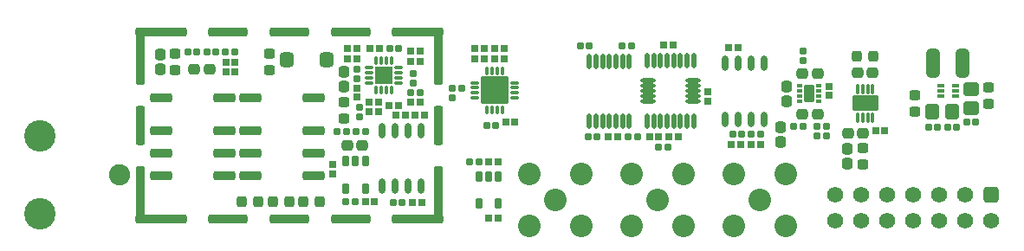
<source format=gts>
G04*
G04 #@! TF.GenerationSoftware,Altium Limited,Altium Designer,23.0.1 (38)*
G04*
G04 Layer_Color=8388736*
%FSAX25Y25*%
%MOIN*%
G70*
G04*
G04 #@! TF.SameCoordinates,B9DD0259-405E-4331-997F-192D94839516*
G04*
G04*
G04 #@! TF.FilePolarity,Negative*
G04*
G01*
G75*
G04:AMPARAMS|DCode=52|XSize=40.4mil|YSize=44.34mil|CornerRadius=10.85mil|HoleSize=0mil|Usage=FLASHONLY|Rotation=270.000|XOffset=0mil|YOffset=0mil|HoleType=Round|Shape=RoundedRectangle|*
%AMROUNDEDRECTD52*
21,1,0.04040,0.02264,0,0,270.0*
21,1,0.01870,0.04434,0,0,270.0*
1,1,0.02170,-0.01132,-0.00935*
1,1,0.02170,-0.01132,0.00935*
1,1,0.02170,0.01132,0.00935*
1,1,0.02170,0.01132,-0.00935*
%
%ADD52ROUNDEDRECTD52*%
G04:AMPARAMS|DCode=53|XSize=40.4mil|YSize=44.34mil|CornerRadius=10.85mil|HoleSize=0mil|Usage=FLASHONLY|Rotation=180.000|XOffset=0mil|YOffset=0mil|HoleType=Round|Shape=RoundedRectangle|*
%AMROUNDEDRECTD53*
21,1,0.04040,0.02264,0,0,180.0*
21,1,0.01870,0.04434,0,0,180.0*
1,1,0.02170,-0.00935,0.01132*
1,1,0.02170,0.00935,0.01132*
1,1,0.02170,0.00935,-0.01132*
1,1,0.02170,-0.00935,-0.01132*
%
%ADD53ROUNDEDRECTD53*%
G04:AMPARAMS|DCode=54|XSize=26.62mil|YSize=26.62mil|CornerRadius=7.41mil|HoleSize=0mil|Usage=FLASHONLY|Rotation=270.000|XOffset=0mil|YOffset=0mil|HoleType=Round|Shape=RoundedRectangle|*
%AMROUNDEDRECTD54*
21,1,0.02662,0.01181,0,0,270.0*
21,1,0.01181,0.02662,0,0,270.0*
1,1,0.01481,-0.00591,-0.00591*
1,1,0.01481,-0.00591,0.00591*
1,1,0.01481,0.00591,0.00591*
1,1,0.01481,0.00591,-0.00591*
%
%ADD54ROUNDEDRECTD54*%
G04:AMPARAMS|DCode=55|XSize=58.12mil|YSize=54.18mil|CornerRadius=14.3mil|HoleSize=0mil|Usage=FLASHONLY|Rotation=90.000|XOffset=0mil|YOffset=0mil|HoleType=Round|Shape=RoundedRectangle|*
%AMROUNDEDRECTD55*
21,1,0.05812,0.02559,0,0,90.0*
21,1,0.02953,0.05418,0,0,90.0*
1,1,0.02859,0.01280,0.01476*
1,1,0.02859,0.01280,-0.01476*
1,1,0.02859,-0.01280,-0.01476*
1,1,0.02859,-0.01280,0.01476*
%
%ADD55ROUNDEDRECTD55*%
G04:AMPARAMS|DCode=56|XSize=42.37mil|YSize=38.43mil|CornerRadius=10.36mil|HoleSize=0mil|Usage=FLASHONLY|Rotation=180.000|XOffset=0mil|YOffset=0mil|HoleType=Round|Shape=RoundedRectangle|*
%AMROUNDEDRECTD56*
21,1,0.04237,0.01772,0,0,180.0*
21,1,0.02165,0.03843,0,0,180.0*
1,1,0.02072,-0.01083,0.00886*
1,1,0.02072,0.01083,0.00886*
1,1,0.02072,0.01083,-0.00886*
1,1,0.02072,-0.01083,-0.00886*
%
%ADD56ROUNDEDRECTD56*%
G04:AMPARAMS|DCode=57|XSize=34.5mil|YSize=84.1mil|CornerRadius=9.37mil|HoleSize=0mil|Usage=FLASHONLY|Rotation=270.000|XOffset=0mil|YOffset=0mil|HoleType=Round|Shape=RoundedRectangle|*
%AMROUNDEDRECTD57*
21,1,0.03450,0.06535,0,0,270.0*
21,1,0.01575,0.08410,0,0,270.0*
1,1,0.01875,-0.03268,-0.00787*
1,1,0.01875,-0.03268,0.00787*
1,1,0.01875,0.03268,0.00787*
1,1,0.01875,0.03268,-0.00787*
%
%ADD57ROUNDEDRECTD57*%
G04:AMPARAMS|DCode=58|XSize=28.2mil|YSize=28.2mil|CornerRadius=7.8mil|HoleSize=0mil|Usage=FLASHONLY|Rotation=270.000|XOffset=0mil|YOffset=0mil|HoleType=Round|Shape=RoundedRectangle|*
%AMROUNDEDRECTD58*
21,1,0.02820,0.01260,0,0,270.0*
21,1,0.01260,0.02820,0,0,270.0*
1,1,0.01560,-0.00630,-0.00630*
1,1,0.01560,-0.00630,0.00630*
1,1,0.01560,0.00630,0.00630*
1,1,0.01560,0.00630,-0.00630*
%
%ADD58ROUNDEDRECTD58*%
G04:AMPARAMS|DCode=59|XSize=42.37mil|YSize=38.43mil|CornerRadius=10.36mil|HoleSize=0mil|Usage=FLASHONLY|Rotation=90.000|XOffset=0mil|YOffset=0mil|HoleType=Round|Shape=RoundedRectangle|*
%AMROUNDEDRECTD59*
21,1,0.04237,0.01772,0,0,90.0*
21,1,0.02165,0.03843,0,0,90.0*
1,1,0.02072,0.00886,0.01083*
1,1,0.02072,0.00886,-0.01083*
1,1,0.02072,-0.00886,-0.01083*
1,1,0.02072,-0.00886,0.01083*
%
%ADD59ROUNDEDRECTD59*%
G04:AMPARAMS|DCode=60|XSize=26.62mil|YSize=42.37mil|CornerRadius=7.41mil|HoleSize=0mil|Usage=FLASHONLY|Rotation=0.000|XOffset=0mil|YOffset=0mil|HoleType=Round|Shape=RoundedRectangle|*
%AMROUNDEDRECTD60*
21,1,0.02662,0.02756,0,0,0.0*
21,1,0.01181,0.04237,0,0,0.0*
1,1,0.01481,0.00591,-0.01378*
1,1,0.01481,-0.00591,-0.01378*
1,1,0.01481,-0.00591,0.01378*
1,1,0.01481,0.00591,0.01378*
%
%ADD60ROUNDEDRECTD60*%
G04:AMPARAMS|DCode=61|XSize=26.62mil|YSize=26.62mil|CornerRadius=7.41mil|HoleSize=0mil|Usage=FLASHONLY|Rotation=0.000|XOffset=0mil|YOffset=0mil|HoleType=Round|Shape=RoundedRectangle|*
%AMROUNDEDRECTD61*
21,1,0.02662,0.01181,0,0,0.0*
21,1,0.01181,0.02662,0,0,0.0*
1,1,0.01481,0.00591,-0.00591*
1,1,0.01481,-0.00591,-0.00591*
1,1,0.01481,-0.00591,0.00591*
1,1,0.01481,0.00591,0.00591*
%
%ADD61ROUNDEDRECTD61*%
G04:AMPARAMS|DCode=62|XSize=28.2mil|YSize=28.2mil|CornerRadius=7.8mil|HoleSize=0mil|Usage=FLASHONLY|Rotation=180.000|XOffset=0mil|YOffset=0mil|HoleType=Round|Shape=RoundedRectangle|*
%AMROUNDEDRECTD62*
21,1,0.02820,0.01260,0,0,180.0*
21,1,0.01260,0.02820,0,0,180.0*
1,1,0.01560,-0.00630,0.00630*
1,1,0.01560,0.00630,0.00630*
1,1,0.01560,0.00630,-0.00630*
1,1,0.01560,-0.00630,-0.00630*
%
%ADD62ROUNDEDRECTD62*%
G04:AMPARAMS|DCode=63|XSize=34.5mil|YSize=221.5mil|CornerRadius=9.37mil|HoleSize=0mil|Usage=FLASHONLY|Rotation=180.000|XOffset=0mil|YOffset=0mil|HoleType=Round|Shape=RoundedRectangle|*
%AMROUNDEDRECTD63*
21,1,0.03450,0.20276,0,0,180.0*
21,1,0.01575,0.22150,0,0,180.0*
1,1,0.01875,-0.00787,0.10138*
1,1,0.01875,0.00787,0.10138*
1,1,0.01875,0.00787,-0.10138*
1,1,0.01875,-0.00787,-0.10138*
%
%ADD63ROUNDEDRECTD63*%
G04:AMPARAMS|DCode=64|XSize=34.5mil|YSize=199.06mil|CornerRadius=9.37mil|HoleSize=0mil|Usage=FLASHONLY|Rotation=90.000|XOffset=0mil|YOffset=0mil|HoleType=Round|Shape=RoundedRectangle|*
%AMROUNDEDRECTD64*
21,1,0.03450,0.18032,0,0,90.0*
21,1,0.01575,0.19906,0,0,90.0*
1,1,0.01875,0.09016,0.00787*
1,1,0.01875,0.09016,-0.00787*
1,1,0.01875,-0.09016,-0.00787*
1,1,0.01875,-0.09016,0.00787*
%
%ADD64ROUNDEDRECTD64*%
G04:AMPARAMS|DCode=65|XSize=34.5mil|YSize=152.61mil|CornerRadius=9.37mil|HoleSize=0mil|Usage=FLASHONLY|Rotation=0.000|XOffset=0mil|YOffset=0mil|HoleType=Round|Shape=RoundedRectangle|*
%AMROUNDEDRECTD65*
21,1,0.03450,0.13386,0,0,0.0*
21,1,0.01575,0.15261,0,0,0.0*
1,1,0.01875,0.00787,-0.06693*
1,1,0.01875,-0.00787,-0.06693*
1,1,0.01875,-0.00787,0.06693*
1,1,0.01875,0.00787,0.06693*
%
%ADD65ROUNDEDRECTD65*%
G04:AMPARAMS|DCode=66|XSize=34.5mil|YSize=152.61mil|CornerRadius=9.37mil|HoleSize=0mil|Usage=FLASHONLY|Rotation=90.000|XOffset=0mil|YOffset=0mil|HoleType=Round|Shape=RoundedRectangle|*
%AMROUNDEDRECTD66*
21,1,0.03450,0.13386,0,0,90.0*
21,1,0.01575,0.15261,0,0,90.0*
1,1,0.01875,0.06693,0.00787*
1,1,0.01875,0.06693,-0.00787*
1,1,0.01875,-0.06693,-0.00787*
1,1,0.01875,-0.06693,0.00787*
%
%ADD66ROUNDEDRECTD66*%
%ADD67O,0.01284X0.03647*%
%ADD68O,0.03647X0.01284*%
G04:AMPARAMS|DCode=69|XSize=105.36mil|YSize=105.36mil|CornerRadius=4.06mil|HoleSize=0mil|Usage=FLASHONLY|Rotation=270.000|XOffset=0mil|YOffset=0mil|HoleType=Round|Shape=RoundedRectangle|*
%AMROUNDEDRECTD69*
21,1,0.10536,0.09724,0,0,270.0*
21,1,0.09724,0.10536,0,0,270.0*
1,1,0.00812,-0.04862,-0.04862*
1,1,0.00812,-0.04862,0.04862*
1,1,0.00812,0.04862,0.04862*
1,1,0.00812,0.04862,-0.04862*
%
%ADD69ROUNDEDRECTD69*%
%ADD70O,0.03450X0.01284*%
%ADD71O,0.01284X0.03450*%
G04:AMPARAMS|DCode=72|XSize=69.14mil|YSize=69.14mil|CornerRadius=4.81mil|HoleSize=0mil|Usage=FLASHONLY|Rotation=0.000|XOffset=0mil|YOffset=0mil|HoleType=Round|Shape=RoundedRectangle|*
%AMROUNDEDRECTD72*
21,1,0.06914,0.05953,0,0,0.0*
21,1,0.05953,0.06914,0,0,0.0*
1,1,0.00961,0.02976,-0.02976*
1,1,0.00961,-0.02976,-0.02976*
1,1,0.00961,-0.02976,0.02976*
1,1,0.00961,0.02976,0.02976*
%
%ADD72ROUNDEDRECTD72*%
%ADD73O,0.02662X0.06009*%
G04:AMPARAMS|DCode=74|XSize=110.09mil|YSize=51.43mil|CornerRadius=13.61mil|HoleSize=0mil|Usage=FLASHONLY|Rotation=270.000|XOffset=0mil|YOffset=0mil|HoleType=Round|Shape=RoundedRectangle|*
%AMROUNDEDRECTD74*
21,1,0.11009,0.02421,0,0,270.0*
21,1,0.08287,0.05143,0,0,270.0*
1,1,0.02721,-0.01211,-0.04144*
1,1,0.02721,-0.01211,0.04144*
1,1,0.02721,0.01211,0.04144*
1,1,0.02721,0.01211,-0.04144*
%
%ADD74ROUNDEDRECTD74*%
G04:AMPARAMS|DCode=75|XSize=62.06mil|YSize=54.18mil|CornerRadius=14.3mil|HoleSize=0mil|Usage=FLASHONLY|Rotation=180.000|XOffset=0mil|YOffset=0mil|HoleType=Round|Shape=RoundedRectangle|*
%AMROUNDEDRECTD75*
21,1,0.06206,0.02559,0,0,180.0*
21,1,0.03347,0.05418,0,0,180.0*
1,1,0.02859,-0.01673,0.01280*
1,1,0.02859,0.01673,0.01280*
1,1,0.02859,0.01673,-0.01280*
1,1,0.02859,-0.01673,-0.01280*
%
%ADD75ROUNDEDRECTD75*%
G04:AMPARAMS|DCode=76|XSize=62.06mil|YSize=54.18mil|CornerRadius=14.3mil|HoleSize=0mil|Usage=FLASHONLY|Rotation=270.000|XOffset=0mil|YOffset=0mil|HoleType=Round|Shape=RoundedRectangle|*
%AMROUNDEDRECTD76*
21,1,0.06206,0.02559,0,0,270.0*
21,1,0.03347,0.05418,0,0,270.0*
1,1,0.02859,-0.01280,-0.01673*
1,1,0.02859,-0.01280,0.01673*
1,1,0.02859,0.01280,0.01673*
1,1,0.02859,0.01280,-0.01673*
%
%ADD76ROUNDEDRECTD76*%
G04:AMPARAMS|DCode=77|XSize=14.81mil|YSize=29.38mil|CornerRadius=4.45mil|HoleSize=0mil|Usage=FLASHONLY|Rotation=270.000|XOffset=0mil|YOffset=0mil|HoleType=Round|Shape=RoundedRectangle|*
%AMROUNDEDRECTD77*
21,1,0.01481,0.02047,0,0,270.0*
21,1,0.00591,0.02938,0,0,270.0*
1,1,0.00891,-0.01024,-0.00295*
1,1,0.00891,-0.01024,0.00295*
1,1,0.00891,0.01024,0.00295*
1,1,0.00891,0.01024,-0.00295*
%
%ADD77ROUNDEDRECTD77*%
G04:AMPARAMS|DCode=78|XSize=12.84mil|YSize=38.43mil|CornerRadius=3.96mil|HoleSize=0mil|Usage=FLASHONLY|Rotation=180.000|XOffset=0mil|YOffset=0mil|HoleType=Round|Shape=RoundedRectangle|*
%AMROUNDEDRECTD78*
21,1,0.01284,0.03051,0,0,180.0*
21,1,0.00492,0.03843,0,0,180.0*
1,1,0.00792,-0.00246,0.01526*
1,1,0.00792,0.00246,0.01526*
1,1,0.00792,0.00246,-0.01526*
1,1,0.00792,-0.00246,-0.01526*
%
%ADD78ROUNDEDRECTD78*%
G04:AMPARAMS|DCode=79|XSize=99.06mil|YSize=61.66mil|CornerRadius=4.43mil|HoleSize=0mil|Usage=FLASHONLY|Rotation=180.000|XOffset=0mil|YOffset=0mil|HoleType=Round|Shape=RoundedRectangle|*
%AMROUNDEDRECTD79*
21,1,0.09906,0.05280,0,0,180.0*
21,1,0.09020,0.06166,0,0,180.0*
1,1,0.00887,-0.04510,0.02640*
1,1,0.00887,0.04510,0.02640*
1,1,0.00887,0.04510,-0.02640*
1,1,0.00887,-0.04510,-0.02640*
%
%ADD79ROUNDEDRECTD79*%
%ADD80O,0.05812X0.01678*%
%ADD81O,0.02072X0.05812*%
G04:AMPARAMS|DCode=82|XSize=65.99mil|YSize=38.43mil|CornerRadius=3.27mil|HoleSize=0mil|Usage=FLASHONLY|Rotation=90.000|XOffset=0mil|YOffset=0mil|HoleType=Round|Shape=RoundedRectangle|*
%AMROUNDEDRECTD82*
21,1,0.06599,0.03189,0,0,90.0*
21,1,0.05945,0.03843,0,0,90.0*
1,1,0.00654,0.01595,0.02972*
1,1,0.00654,0.01595,-0.02972*
1,1,0.00654,-0.01595,-0.02972*
1,1,0.00654,-0.01595,0.02972*
%
%ADD82ROUNDEDRECTD82*%
G04:AMPARAMS|DCode=83|XSize=12.84mil|YSize=22.69mil|CornerRadius=3.96mil|HoleSize=0mil|Usage=FLASHONLY|Rotation=90.000|XOffset=0mil|YOffset=0mil|HoleType=Round|Shape=RoundedRectangle|*
%AMROUNDEDRECTD83*
21,1,0.01284,0.01476,0,0,90.0*
21,1,0.00492,0.02269,0,0,90.0*
1,1,0.00792,0.00738,0.00246*
1,1,0.00792,0.00738,-0.00246*
1,1,0.00792,-0.00738,-0.00246*
1,1,0.00792,-0.00738,0.00246*
%
%ADD83ROUNDEDRECTD83*%
%ADD84C,0.08725*%
%ADD85C,0.06206*%
G04:AMPARAMS|DCode=86|XSize=62.06mil|YSize=62.06mil|CornerRadius=16.26mil|HoleSize=0mil|Usage=FLASHONLY|Rotation=180.000|XOffset=0mil|YOffset=0mil|HoleType=Round|Shape=RoundedRectangle|*
%AMROUNDEDRECTD86*
21,1,0.06206,0.02953,0,0,180.0*
21,1,0.02953,0.06206,0,0,180.0*
1,1,0.03253,-0.01476,0.01476*
1,1,0.03253,0.01476,0.01476*
1,1,0.03253,0.01476,-0.01476*
1,1,0.03253,-0.01476,-0.01476*
%
%ADD86ROUNDEDRECTD86*%
%ADD87C,0.12111*%
%ADD88C,0.08174*%
D52*
X0317482Y0047935D02*
D03*
X0311774D02*
D03*
X0077756Y0065158D02*
D03*
X0083465D02*
D03*
X0142421Y0035827D02*
D03*
X0136713D02*
D03*
X0338563Y0063779D02*
D03*
X0332854D02*
D03*
X0329134Y0040551D02*
D03*
X0334842D02*
D03*
X0311774Y0063683D02*
D03*
X0317482D02*
D03*
D53*
X0303445Y0037303D02*
D03*
Y0043012D02*
D03*
X0064468Y0070965D02*
D03*
Y0065256D02*
D03*
X0329035Y0028839D02*
D03*
Y0034547D02*
D03*
X0135335Y0064173D02*
D03*
Y0058465D02*
D03*
X0305770Y0052955D02*
D03*
Y0058663D02*
D03*
D54*
X0311811Y0043110D02*
D03*
X0308268D02*
D03*
X0078740Y0071850D02*
D03*
X0075197D02*
D03*
X0089764Y0071850D02*
D03*
X0093307D02*
D03*
X0082480Y0071850D02*
D03*
X0086024D02*
D03*
X0190157Y0043602D02*
D03*
X0193701D02*
D03*
X0160925Y0056201D02*
D03*
X0143602Y0041240D02*
D03*
X0156398Y0073130D02*
D03*
X0136122Y0014173D02*
D03*
X0132776Y0041240D02*
D03*
X0157776Y0013976D02*
D03*
X0164469Y0056201D02*
D03*
X0140059Y0041240D02*
D03*
X0136319D02*
D03*
X0176969Y0057874D02*
D03*
X0180512D02*
D03*
X0152854Y0073130D02*
D03*
X0139665Y0014173D02*
D03*
X0154232Y0013976D02*
D03*
X0183760Y0029528D02*
D03*
X0187303D02*
D03*
X0360236Y0042717D02*
D03*
X0363780D02*
D03*
X0378445Y0044882D02*
D03*
X0374902D02*
D03*
X0371063Y0042717D02*
D03*
X0367520D02*
D03*
X0232677Y0039272D02*
D03*
X0229134D02*
D03*
X0244685D02*
D03*
X0248228D02*
D03*
X0256398Y0035138D02*
D03*
X0259941D02*
D03*
X0242323Y0074114D02*
D03*
X0245866D02*
D03*
X0229724Y0074114D02*
D03*
X0226181D02*
D03*
X0284902Y0040157D02*
D03*
X0288445D02*
D03*
X0291988D02*
D03*
X0295532D02*
D03*
X0320927Y0039471D02*
D03*
X0317384D02*
D03*
Y0043211D02*
D03*
X0320927D02*
D03*
D55*
X0128543Y0068799D02*
D03*
X0113189D02*
D03*
D56*
X0106496Y0071260D02*
D03*
Y0064961D02*
D03*
X0070374Y0071260D02*
D03*
Y0064961D02*
D03*
X0334941Y0028543D02*
D03*
Y0034843D02*
D03*
X0135335Y0052658D02*
D03*
Y0046358D02*
D03*
X0383366Y0058169D02*
D03*
Y0051870D02*
D03*
X0354823Y0055315D02*
D03*
Y0049016D02*
D03*
D57*
X0089252Y0032972D02*
D03*
X0065079Y0024311D02*
D03*
X0089252D02*
D03*
X0065079Y0032972D02*
D03*
X0089252Y0054232D02*
D03*
X0065079Y0041634D02*
D03*
X0089252D02*
D03*
X0065079Y0054232D02*
D03*
X0123504Y0024311D02*
D03*
X0099331D02*
D03*
Y0032972D02*
D03*
X0123504Y0054232D02*
D03*
X0099331Y0041634D02*
D03*
X0123504D02*
D03*
Y0032972D02*
D03*
X0099331Y0054232D02*
D03*
D58*
X0089823Y0064173D02*
D03*
X0093445D02*
D03*
X0089823Y0068012D02*
D03*
X0093445D02*
D03*
X0143465Y0014075D02*
D03*
X0147087D02*
D03*
X0185787Y0069291D02*
D03*
X0189409D02*
D03*
X0196890D02*
D03*
X0193268D02*
D03*
X0164508Y0068209D02*
D03*
X0160886D02*
D03*
X0196890Y0073228D02*
D03*
X0193268D02*
D03*
X0201122Y0044882D02*
D03*
X0197500D02*
D03*
X0160886Y0052461D02*
D03*
X0164508D02*
D03*
X0158898Y0047441D02*
D03*
X0155276D02*
D03*
X0140295Y0073130D02*
D03*
X0136673D02*
D03*
X0160886Y0072146D02*
D03*
X0164508D02*
D03*
X0140295Y0069193D02*
D03*
X0136673D02*
D03*
X0145433Y0073130D02*
D03*
X0149055D02*
D03*
X0185787Y0073228D02*
D03*
X0189409D02*
D03*
X0156240Y0051378D02*
D03*
X0152618D02*
D03*
X0145039Y0052658D02*
D03*
X0148661D02*
D03*
X0148661Y0048720D02*
D03*
X0145039D02*
D03*
X0165197Y0013976D02*
D03*
X0161575D02*
D03*
X0162756Y0047441D02*
D03*
X0166378D02*
D03*
X0191102Y0007874D02*
D03*
X0194724D02*
D03*
X0191102Y0029528D02*
D03*
X0194724D02*
D03*
X0339823Y0041535D02*
D03*
X0343445D02*
D03*
X0252815Y0039075D02*
D03*
X0256437D02*
D03*
X0236870Y0039173D02*
D03*
X0240492D02*
D03*
X0263917Y0039075D02*
D03*
X0260295D02*
D03*
X0258425Y0074508D02*
D03*
X0262047D02*
D03*
X0283445Y0073425D02*
D03*
X0287067D02*
D03*
X0288032Y0036220D02*
D03*
X0284409D02*
D03*
X0295532Y0036221D02*
D03*
X0291910D02*
D03*
D59*
X0114173Y0014075D02*
D03*
X0107874D02*
D03*
X0119685Y0014075D02*
D03*
X0125984D02*
D03*
X0102362Y0014075D02*
D03*
X0096063D02*
D03*
X0332598Y0070177D02*
D03*
X0338898D02*
D03*
D60*
X0143504Y0019094D02*
D03*
X0136024D02*
D03*
Y0029724D02*
D03*
X0139764D02*
D03*
X0143504D02*
D03*
X0194685Y0024016D02*
D03*
X0190945D02*
D03*
X0187205D02*
D03*
Y0013386D02*
D03*
X0194685D02*
D03*
D61*
X0176969Y0054331D02*
D03*
Y0057874D02*
D03*
X0140354Y0065256D02*
D03*
X0141240Y0050591D02*
D03*
Y0047047D02*
D03*
X0161811Y0060039D02*
D03*
Y0063583D02*
D03*
X0140354Y0061713D02*
D03*
X0311811Y0072244D02*
D03*
Y0068701D02*
D03*
D62*
X0140354Y0054390D02*
D03*
X0130905Y0024764D02*
D03*
Y0028386D02*
D03*
X0140354Y0058012D02*
D03*
X0275295Y0056535D02*
D03*
Y0052913D02*
D03*
X0321850Y0055079D02*
D03*
Y0058701D02*
D03*
D63*
X0171703Y0016853D02*
D03*
X0056900D02*
D03*
X0056890Y0070176D02*
D03*
X0171693D02*
D03*
D64*
X0163474Y0007501D02*
D03*
X0065127D02*
D03*
X0065119Y0079528D02*
D03*
X0163466D02*
D03*
D65*
X0171693Y0043504D02*
D03*
X0056890D02*
D03*
D66*
X0114302Y0007501D02*
D03*
X0137924D02*
D03*
X0090680D02*
D03*
X0114291Y0079528D02*
D03*
X0137913D02*
D03*
X0090669D02*
D03*
D67*
X0192323Y0064665D02*
D03*
X0190354D02*
D03*
Y0049508D02*
D03*
X0196260D02*
D03*
X0194291D02*
D03*
X0192323D02*
D03*
X0194291Y0064665D02*
D03*
X0196260D02*
D03*
D68*
X0185728Y0060039D02*
D03*
Y0056102D02*
D03*
Y0054134D02*
D03*
X0200886D02*
D03*
X0185728Y0058071D02*
D03*
X0200886Y0056102D02*
D03*
Y0058071D02*
D03*
Y0060039D02*
D03*
D69*
X0193307Y0057087D02*
D03*
D70*
X0144980Y0065748D02*
D03*
X0156398Y0061811D02*
D03*
Y0065748D02*
D03*
X0144980Y0063779D02*
D03*
Y0059842D02*
D03*
X0156398Y0063779D02*
D03*
X0144980Y0061811D02*
D03*
X0156398Y0059842D02*
D03*
D71*
X0147736Y0057087D02*
D03*
X0149705D02*
D03*
X0153642D02*
D03*
X0149705Y0068504D02*
D03*
X0151673Y0057087D02*
D03*
Y0068504D02*
D03*
X0147736D02*
D03*
X0153642D02*
D03*
D72*
X0150689Y0062795D02*
D03*
D73*
X0164980Y0020177D02*
D03*
X0154980Y0041634D02*
D03*
X0159980D02*
D03*
X0154980Y0020177D02*
D03*
X0159980D02*
D03*
X0149980D02*
D03*
Y0041634D02*
D03*
X0164980D02*
D03*
X0282087Y0045965D02*
D03*
X0287087D02*
D03*
X0292087D02*
D03*
X0297087D02*
D03*
X0282087Y0067421D02*
D03*
X0287087D02*
D03*
X0292087D02*
D03*
X0297087D02*
D03*
D74*
X0361968Y0067421D02*
D03*
X0373268D02*
D03*
D75*
X0376575Y0050098D02*
D03*
Y0057579D02*
D03*
D76*
X0369193Y0048917D02*
D03*
X0361713D02*
D03*
D77*
X0364902Y0054823D02*
D03*
Y0056791D02*
D03*
Y0058760D02*
D03*
X0370728D02*
D03*
Y0056791D02*
D03*
Y0054823D02*
D03*
D78*
X0332874Y0046673D02*
D03*
X0334842D02*
D03*
X0336811D02*
D03*
X0338779D02*
D03*
X0332874Y0057657D02*
D03*
X0334842D02*
D03*
X0336811D02*
D03*
X0338779D02*
D03*
D79*
X0335827Y0052165D02*
D03*
D80*
X0269587Y0054823D02*
D03*
Y0056791D02*
D03*
Y0058760D02*
D03*
Y0060728D02*
D03*
X0252264Y0052854D02*
D03*
Y0054823D02*
D03*
Y0056791D02*
D03*
Y0058760D02*
D03*
Y0060728D02*
D03*
X0269587Y0052854D02*
D03*
D81*
X0229724Y0045079D02*
D03*
X0232283D02*
D03*
X0234842D02*
D03*
X0237402D02*
D03*
X0242520D02*
D03*
X0245079D02*
D03*
X0229724Y0068307D02*
D03*
X0232283D02*
D03*
X0234842D02*
D03*
X0237402D02*
D03*
X0239961D02*
D03*
X0242520D02*
D03*
X0245079D02*
D03*
X0239961Y0045079D02*
D03*
X0251969Y0045177D02*
D03*
X0254528D02*
D03*
X0257087D02*
D03*
X0259646D02*
D03*
X0262205D02*
D03*
X0264764D02*
D03*
X0267323D02*
D03*
X0269882D02*
D03*
X0251969Y0068405D02*
D03*
X0254528D02*
D03*
X0257087D02*
D03*
X0259646D02*
D03*
X0262205D02*
D03*
X0264764D02*
D03*
X0267323D02*
D03*
X0269882D02*
D03*
D82*
X0314234Y0055809D02*
D03*
D83*
X0317974Y0052856D02*
D03*
Y0054825D02*
D03*
Y0056793D02*
D03*
Y0058762D02*
D03*
X0310494Y0052856D02*
D03*
Y0054825D02*
D03*
Y0056793D02*
D03*
Y0058762D02*
D03*
D84*
X0206535Y0004961D02*
D03*
X0226535D02*
D03*
Y0024961D02*
D03*
X0206535D02*
D03*
X0216535Y0014961D02*
D03*
X0285276Y0004961D02*
D03*
X0305276D02*
D03*
Y0024961D02*
D03*
X0285276D02*
D03*
X0295276Y0014961D02*
D03*
X0245905Y0004961D02*
D03*
X0265905D02*
D03*
Y0024961D02*
D03*
X0245905D02*
D03*
X0255906Y0014961D02*
D03*
D85*
X0364331Y0006811D02*
D03*
Y0016811D02*
D03*
X0374331Y0006811D02*
D03*
Y0016811D02*
D03*
X0384331Y0006811D02*
D03*
X0354331Y0016811D02*
D03*
Y0006811D02*
D03*
X0344331Y0016811D02*
D03*
Y0006811D02*
D03*
X0334377Y0006858D02*
D03*
Y0016811D02*
D03*
X0324377D02*
D03*
Y0006858D02*
D03*
D86*
X0384331Y0016811D02*
D03*
D87*
X0018406Y0039469D02*
D03*
Y0009547D02*
D03*
D88*
X0049114Y0024508D02*
D03*
M02*

</source>
